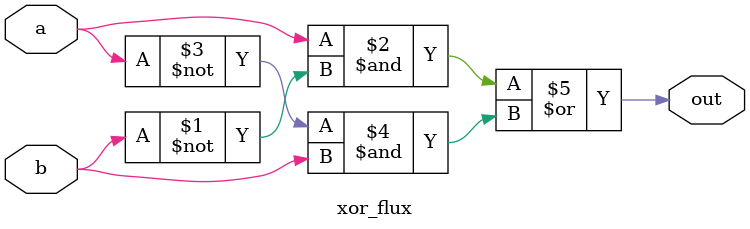
<source format=v>
`timescale 1ns / 1ps
module xor_flux(
    input a,
    input b,
    output out
    );

    assign out = (a & ~b)|(~a & b); 

endmodule

</source>
